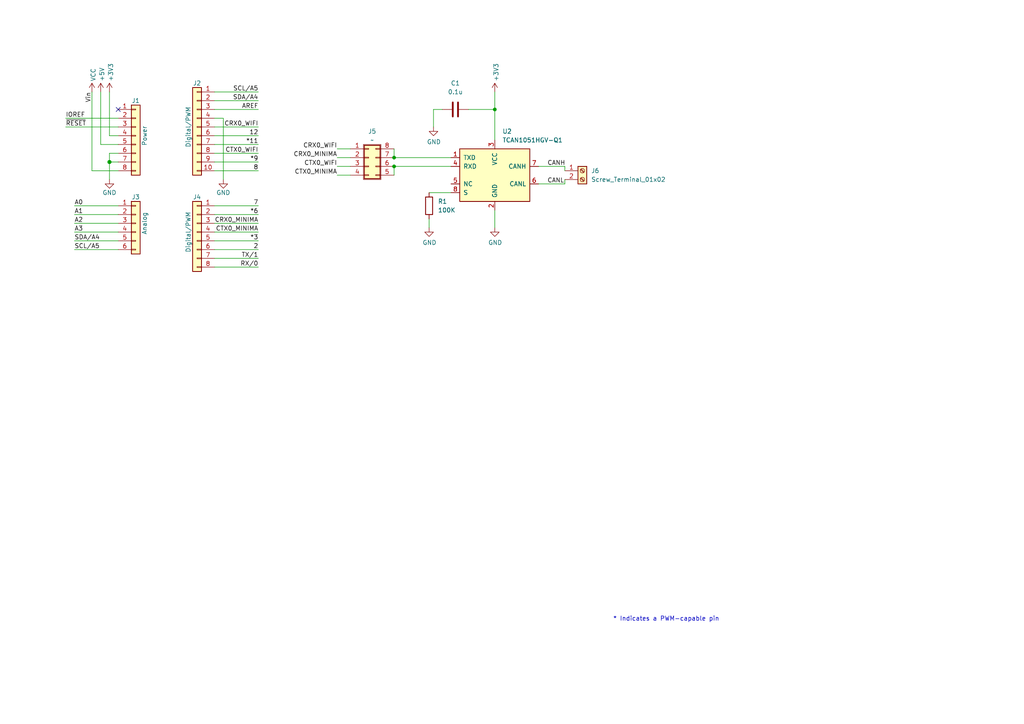
<source format=kicad_sch>
(kicad_sch (version 20231120) (generator "eeschema") (generator_version "8.0")
  (paper "A4")
  (title_block (date "mar. 31 mars 2015"))
  (lib_symbols
    (symbol "CAN_Shield:TCAN1051HGV-Q1" (pin_names (offset 1.016))
      (property "Reference" "U" (at -10.16 8.89 0))
      (property "Value" "TCAN1051HGV-Q1" (at 2.54 8.89 0))
      (symbol "TCAN1051HGV-Q1_0_1"
        (rectangle (start -10.16 7.62) (end 10.16 -7.62) (stroke (width 0.254)) (fill (type background)))
      )
      (symbol "TCAN1051HGV-Q1_1_1"
        (pin input line (at -12.7 5.08 0) (length 2.54) (name "TXD") (number "1"))
        (pin power_in line (at 0 -10.16 90) (length 2.54) (name "GND") (number "2"))
        (pin power_in line (at 0 10.16 270) (length 2.54) (name "VCC") (number "3"))
        (pin output line (at -12.7 2.54 0) (length 2.54) (name "RXD") (number "4"))
        (pin input line (at -12.7 -2.54 0) (length 2.54) (name "NC") (number "5"))
        (pin bidirectional line (at 12.7 -2.54 180) (length 2.54) (name "CANL") (number "6"))
        (pin bidirectional line (at 12.7 2.54 180) (length 2.54) (name "CANH") (number "7"))
        (pin input line (at -12.7 -5.08 0) (length 2.54) (name "S") (number "8"))
      )
    )
    (symbol "Connector:Screw_Terminal_01x02" (pin_names (offset 1.016) hide)
      (property "Reference" "J" (at 0 2.54 0))
      (property "Value" "Screw_Terminal_01x02" (at 0 -5.08 0))
      (symbol "Screw_Terminal_01x02_1_1"
        (rectangle (start -1.27 1.27) (end 1.27 -3.81) (stroke (width 0.254)) (fill (type background)))
        (circle (center 0 -2.54) (radius 0.635) (stroke (width 0.1524)))
        (polyline (pts (xy -0.5334 -2.2098) (xy 0.3302 -3.048)) (stroke (width 0.1524)))
        (polyline (pts (xy -0.5334 0.3302) (xy 0.3302 -0.508)) (stroke (width 0.1524)))
        (polyline (pts (xy -0.3556 -2.032) (xy 0.508 -2.8702)) (stroke (width 0.1524)))
        (polyline (pts (xy -0.3556 0.508) (xy 0.508 -0.3302)) (stroke (width 0.1524)))
        (circle (center 0 0) (radius 0.635) (stroke (width 0.1524)))
        (pin passive line (at -5.08 0 0) (length 3.81) (name "Pin_1") (number "1"))
        (pin passive line (at -5.08 -2.54 0) (length 3.81) (name "Pin_2") (number "2"))
      )
    )
    (symbol "Connector_Generic:Conn_01x06" (pin_names (offset 1.016) hide)
      (property "Reference" "J" (at 0 7.62 0))
      (property "Value" "Conn_01x06" (at 0 -10.16 0))
      (symbol "Conn_01x06_1_1"
        (rectangle (start -1.27 -7.493) (end 0 -7.747) (stroke (width 0.1524)))
        (rectangle (start -1.27 -4.953) (end 0 -5.207) (stroke (width 0.1524)))
        (rectangle (start -1.27 -2.413) (end 0 -2.667) (stroke (width 0.1524)))
        (rectangle (start -1.27 0.127) (end 0 -0.127) (stroke (width 0.1524)))
        (rectangle (start -1.27 2.667) (end 0 2.413) (stroke (width 0.1524)))
        (rectangle (start -1.27 5.207) (end 0 4.953) (stroke (width 0.1524)))
        (rectangle (start -1.27 6.35) (end 1.27 -8.89) (stroke (width 0.254)) (fill (type background)))
        (pin passive line (at -5.08 5.08 0) (length 3.81) (name "Pin_1") (number "1"))
        (pin passive line (at -5.08 2.54 0) (length 3.81) (name "Pin_2") (number "2"))
        (pin passive line (at -5.08 0 0) (length 3.81) (name "Pin_3") (number "3"))
        (pin passive line (at -5.08 -2.54 0) (length 3.81) (name "Pin_4") (number "4"))
        (pin passive line (at -5.08 -5.08 0) (length 3.81) (name "Pin_5") (number "5"))
        (pin passive line (at -5.08 -7.62 0) (length 3.81) (name "Pin_6") (number "6"))
      )
    )
    (symbol "Connector_Generic:Conn_01x08" (pin_names (offset 1.016) hide)
      (property "Reference" "J" (at 0 10.16 0))
      (property "Value" "Conn_01x08" (at 0 -12.7 0))
      (symbol "Conn_01x08_1_1"
        (rectangle (start -1.27 -10.033) (end 0 -10.287) (stroke (width 0.1524)))
        (rectangle (start -1.27 -7.493) (end 0 -7.747) (stroke (width 0.1524)))
        (rectangle (start -1.27 -4.953) (end 0 -5.207) (stroke (width 0.1524)))
        (rectangle (start -1.27 -2.413) (end 0 -2.667) (stroke (width 0.1524)))
        (rectangle (start -1.27 0.127) (end 0 -0.127) (stroke (width 0.1524)))
        (rectangle (start -1.27 2.667) (end 0 2.413) (stroke (width 0.1524)))
        (rectangle (start -1.27 5.207) (end 0 4.953) (stroke (width 0.1524)))
        (rectangle (start -1.27 7.747) (end 0 7.493) (stroke (width 0.1524)))
        (rectangle (start -1.27 8.89) (end 1.27 -11.43) (stroke (width 0.254)) (fill (type background)))
        (pin passive line (at -5.08 7.62 0) (length 3.81) (name "Pin_1") (number "1"))
        (pin passive line (at -5.08 5.08 0) (length 3.81) (name "Pin_2") (number "2"))
        (pin passive line (at -5.08 2.54 0) (length 3.81) (name "Pin_3") (number "3"))
        (pin passive line (at -5.08 0 0) (length 3.81) (name "Pin_4") (number "4"))
        (pin passive line (at -5.08 -2.54 0) (length 3.81) (name "Pin_5") (number "5"))
        (pin passive line (at -5.08 -5.08 0) (length 3.81) (name "Pin_6") (number "6"))
        (pin passive line (at -5.08 -7.62 0) (length 3.81) (name "Pin_7") (number "7"))
        (pin passive line (at -5.08 -10.16 0) (length 3.81) (name "Pin_8") (number "8"))
      )
    )
    (symbol "Connector_Generic:Conn_01x10" (pin_names (offset 1.016) hide)
      (property "Reference" "J" (at 0 12.7 0))
      (property "Value" "Conn_01x10" (at 0 -15.24 0))
      (symbol "Conn_01x10_1_1"
        (rectangle (start -1.27 -12.573) (end 0 -12.827) (stroke (width 0.1524)))
        (rectangle (start -1.27 -10.033) (end 0 -10.287) (stroke (width 0.1524)))
        (rectangle (start -1.27 -7.493) (end 0 -7.747) (stroke (width 0.1524)))
        (rectangle (start -1.27 -4.953) (end 0 -5.207) (stroke (width 0.1524)))
        (rectangle (start -1.27 -2.413) (end 0 -2.667) (stroke (width 0.1524)))
        (rectangle (start -1.27 0.127) (end 0 -0.127) (stroke (width 0.1524)))
        (rectangle (start -1.27 2.667) (end 0 2.413) (stroke (width 0.1524)))
        (rectangle (start -1.27 5.207) (end 0 4.953) (stroke (width 0.1524)))
        (rectangle (start -1.27 7.747) (end 0 7.493) (stroke (width 0.1524)))
        (rectangle (start -1.27 10.287) (end 0 10.033) (stroke (width 0.1524)))
        (rectangle (start -1.27 11.43) (end 1.27 -13.97) (stroke (width 0.254)) (fill (type background)))
        (pin passive line (at -5.08 10.16 0) (length 3.81) (name "Pin_1") (number "1"))
        (pin passive line (at -5.08 -12.7 0) (length 3.81) (name "Pin_10") (number "10"))
        (pin passive line (at -5.08 7.62 0) (length 3.81) (name "Pin_2") (number "2"))
        (pin passive line (at -5.08 5.08 0) (length 3.81) (name "Pin_3") (number "3"))
        (pin passive line (at -5.08 2.54 0) (length 3.81) (name "Pin_4") (number "4"))
        (pin passive line (at -5.08 0 0) (length 3.81) (name "Pin_5") (number "5"))
        (pin passive line (at -5.08 -2.54 0) (length 3.81) (name "Pin_6") (number "6"))
        (pin passive line (at -5.08 -5.08 0) (length 3.81) (name "Pin_7") (number "7"))
        (pin passive line (at -5.08 -7.62 0) (length 3.81) (name "Pin_8") (number "8"))
        (pin passive line (at -5.08 -10.16 0) (length 3.81) (name "Pin_9") (number "9"))
      )
    )
    (symbol "Connector_Generic_Shielded:Conn_02x04_Counter_Clockwise_Shielded" (pin_names (offset 1.016) hide)
      (property "Reference" "J5" (at 1.27 7.62 0))
      (property "Value" "~" (at 1.27 5.08 0))
      (symbol "Conn_02x04_Counter_Clockwise_Shielded_1_1"
        (rectangle (start -1.27 3.81) (end 3.81 -6.35) (stroke (width 0.1524)))
        (rectangle (start -1.016 -4.953) (end 0.254 -5.207) (stroke (width 0.1524)))
        (rectangle (start -1.016 -2.413) (end 0.254 -2.667) (stroke (width 0.1524)))
        (rectangle (start -1.016 0.127) (end 0.254 -0.127) (stroke (width 0.1524)))
        (rectangle (start -1.016 2.667) (end 0.254 2.413) (stroke (width 0.1524)))
        (rectangle (start -1.016 3.556) (end 3.556 -6.096) (stroke (width 0.254)) (fill (type background)))
        (rectangle (start 3.556 -4.953) (end 2.286 -5.207) (stroke (width 0.1524)))
        (rectangle (start 3.556 -2.413) (end 2.286 -2.667) (stroke (width 0.1524)))
        (rectangle (start 3.556 0.127) (end 2.286 -0.127) (stroke (width 0.1524)))
        (rectangle (start 3.556 2.667) (end 2.286 2.413) (stroke (width 0.1524)))
        (pin passive line (at -5.08 2.54 0) (length 4.064) (name "Pin_1") (number "1"))
        (pin passive line (at -5.08 0 0) (length 4.064) (name "Pin_2") (number "2"))
        (pin passive line (at -5.08 -2.54 0) (length 4.064) (name "Pin_3") (number "3"))
        (pin passive line (at -5.08 -5.08 0) (length 4.064) (name "Pin_4") (number "4"))
        (pin passive line (at 7.62 -5.08 180) (length 4.064) (name "Pin_5") (number "5"))
        (pin passive line (at 7.62 -2.54 180) (length 4.064) (name "Pin_6") (number "6"))
        (pin passive line (at 7.62 0 180) (length 4.064) (name "Pin_7") (number "7"))
        (pin passive line (at 7.62 2.54 180) (length 4.064) (name "Pin_8") (number "8"))
      )
    )
    (symbol "Device:C" (pin_numbers hide) (pin_names (offset 0.254))
      (property "Reference" "C" (at 0.635 2.54 0))
      (property "Value" "C" (at 0.635 -2.54 0))
      (symbol "C_0_1"
        (polyline (pts (xy -2.032 -0.762) (xy 2.032 -0.762)) (stroke (width 0.508)))
        (polyline (pts (xy -2.032 0.762) (xy 2.032 0.762)) (stroke (width 0.508)))
      )
      (symbol "C_1_1"
        (pin passive line (at 0 3.81 270) (length 2.794) (name "~") (number "1"))
        (pin passive line (at 0 -3.81 90) (length 2.794) (name "~") (number "2"))
      )
    )
    (symbol "Device:R" (pin_numbers hide) (pin_names (offset 0))
      (property "Reference" "R" (at 2.032 0 90))
      (property "Value" "R" (at 0 0 90))
      (symbol "R_0_1"
        (rectangle (start -1.016 -2.54) (end 1.016 2.54) (stroke (width 0.254)))
      )
      (symbol "R_1_1"
        (pin passive line (at 0 3.81 270) (length 1.27) (name "~") (number "1"))
        (pin passive line (at 0 -3.81 90) (length 1.27) (name "~") (number "2"))
      )
    )
    (symbol "power:+3V3" (power) (pin_names (offset 0))
      (property "Value" "+3V3" (at 0 3.556 0))
      (symbol "+3V3_0_1"
        (polyline (pts (xy -0.762 1.27) (xy 0 2.54)))
        (polyline (pts (xy 0 0) (xy 0 2.54)))
        (polyline (pts (xy 0 2.54) (xy 0.762 1.27)))
      )
      (symbol "+3V3_1_1"
        (pin power_in line (at 0 0 90) (length 0) hide (name "+3V3") (number "1"))
      )
    )
    (symbol "power:+5V" (power) (pin_names (offset 0))
      (property "Value" "+5V" (at 0 3.556 0))
      (symbol "+5V_0_1"
        (polyline (pts (xy -0.762 1.27) (xy 0 2.54)))
        (polyline (pts (xy 0 0) (xy 0 2.54)))
        (polyline (pts (xy 0 2.54) (xy 0.762 1.27)))
      )
      (symbol "+5V_1_1"
        (pin power_in line (at 0 0 90) (length 0) hide (name "+5V") (number "1"))
      )
    )
    (symbol "power:GND" (power) (pin_names (offset 0))
      (property "Value" "GND" (at 0 -3.81 0))
      (symbol "GND_0_1"
        (polyline (pts (xy 0 0) (xy 0 -1.27) (xy 1.27 -1.27) (xy 0 -2.54) (xy -1.27 -1.27) (xy 0 -1.27)))
      )
      (symbol "GND_1_1"
        (pin power_in line (at 0 0 270) (length 0) hide (name "GND") (number "1"))
      )
    )
    (symbol "power:VCC" (power) (pin_names (offset 0))
      (property "Value" "VCC" (at 0 3.81 0))
      (symbol "VCC_0_1"
        (polyline (pts (xy -0.762 1.27) (xy 0 2.54)))
        (polyline (pts (xy 0 0) (xy 0 2.54)))
        (polyline (pts (xy 0 2.54) (xy 0.762 1.27)))
      )
      (symbol "VCC_1_1"
        (pin power_in line (at 0 0 90) (length 0) hide (name "VCC") (number "1"))
      )
    )
  )
  (junction (at 31.75 46.99) (diameter 1.016))
  (junction (at 114.3 45.72))
  (junction (at 114.3 48.26))
  (junction (at 143.51 31.75))
  (no_connect (at 34.29 31.75))
  (wire (pts (xy 62.23 77.47) (xy 74.93 77.47)))
  (wire (pts (xy 114.3 48.26) (xy 114.3 50.8)))
  (wire (pts (xy 62.23 44.45) (xy 74.93 44.45)))
  (wire (pts (xy 62.23 26.67) (xy 74.93 26.67)))
  (wire (pts (xy 143.51 31.75) (xy 135.89 31.75)))
  (wire (pts (xy 143.51 40.64) (xy 143.51 31.75)))
  (wire (pts (xy 31.75 44.45) (xy 31.75 46.99)))
  (wire (pts (xy 21.59 72.39) (xy 34.29 72.39)))
  (wire (pts (xy 124.46 55.88) (xy 130.81 55.88)))
  (wire (pts (xy 125.73 31.75) (xy 125.73 36.83)))
  (wire (pts (xy 163.83 52.07) (xy 163.83 53.34)))
  (wire (pts (xy 31.75 46.99) (xy 31.75 52.07)))
  (wire (pts (xy 31.75 39.37) (xy 34.29 39.37)))
  (wire (pts (xy 29.21 41.91) (xy 34.29 41.91)))
  (wire (pts (xy 97.79 50.8) (xy 101.6 50.8)))
  (wire (pts (xy 29.21 26.67) (xy 29.21 41.91)))
  (wire (pts (xy 114.3 45.72) (xy 130.81 45.72)))
  (wire (pts (xy 62.23 36.83) (xy 74.93 36.83)))
  (wire (pts (xy 31.75 26.67) (xy 31.75 39.37)))
  (wire (pts (xy 62.23 59.69) (xy 74.93 59.69)))
  (wire (pts (xy 34.29 59.69) (xy 21.59 59.69)))
  (wire (pts (xy 62.23 39.37) (xy 74.93 39.37)))
  (wire (pts (xy 62.23 62.23) (xy 74.93 62.23)))
  (wire (pts (xy 97.79 43.18) (xy 101.6 43.18)))
  (wire (pts (xy 163.83 53.34) (xy 156.21 53.34)))
  (wire (pts (xy 62.23 46.99) (xy 74.93 46.99)))
  (wire (pts (xy 62.23 67.31) (xy 74.93 67.31)))
  (wire (pts (xy 19.05 34.29) (xy 34.29 34.29)))
  (wire (pts (xy 97.79 45.72) (xy 101.6 45.72)))
  (wire (pts (xy 64.77 34.29) (xy 64.77 52.07)))
  (wire (pts (xy 62.23 31.75) (xy 74.93 31.75)))
  (wire (pts (xy 34.29 64.77) (xy 21.59 64.77)))
  (wire (pts (xy 19.05 36.83) (xy 34.29 36.83)))
  (wire (pts (xy 34.29 46.99) (xy 31.75 46.99)))
  (wire (pts (xy 34.29 49.53) (xy 26.67 49.53)))
  (wire (pts (xy 21.59 62.23) (xy 34.29 62.23)))
  (wire (pts (xy 143.51 26.67) (xy 143.51 31.75)))
  (wire (pts (xy 114.3 43.18) (xy 114.3 45.72)))
  (wire (pts (xy 97.79 48.26) (xy 101.6 48.26)))
  (wire (pts (xy 62.23 34.29) (xy 64.77 34.29)))
  (wire (pts (xy 163.83 49.53) (xy 163.83 48.26)))
  (wire (pts (xy 34.29 44.45) (xy 31.75 44.45)))
  (wire (pts (xy 62.23 41.91) (xy 74.93 41.91)))
  (wire (pts (xy 62.23 64.77) (xy 74.93 64.77)))
  (wire (pts (xy 21.59 67.31) (xy 34.29 67.31)))
  (wire (pts (xy 114.3 48.26) (xy 130.81 48.26)))
  (wire (pts (xy 124.46 63.5) (xy 124.46 66.04)))
  (wire (pts (xy 62.23 29.21) (xy 74.93 29.21)))
  (wire (pts (xy 62.23 72.39) (xy 74.93 72.39)))
  (wire (pts (xy 163.83 48.26) (xy 156.21 48.26)))
  (wire (pts (xy 62.23 69.85) (xy 74.93 69.85)))
  (wire (pts (xy 128.27 31.75) (xy 125.73 31.75)))
  (wire (pts (xy 62.23 74.93) (xy 74.93 74.93)))
  (wire (pts (xy 26.67 49.53) (xy 26.67 26.67)))
  (wire (pts (xy 34.29 69.85) (xy 21.59 69.85)))
  (wire (pts (xy 62.23 49.53) (xy 74.93 49.53)))
  (wire (pts (xy 143.51 60.96) (xy 143.51 66.04)))
  (text "* Indicates a PWM-capable pin" (at 177.8 180.34 0) (effects (font (size 1.27 1.27)) (justify left bottom)))
  (label "RX{slash}0" (at 74.93 77.47 180))
  (label "A2" (at 21.59 64.77 0))
  (label "CTX0_MINIMA" (at 74.93 67.31 180))
  (label "2" (at 74.93 72.39 180))
  (label "A3" (at 21.59 67.31 0))
  (label "CRX0_WIFI" (at 74.93 36.83 180))
  (label "CRX0_MINIMA" (at 97.79 45.72 180))
  (label "12" (at 74.93 39.37 180))
  (label "CANL" (at 158.75 53.34 0))
  (label "~{RESET}" (at 19.05 36.83 0))
  (label "CTX0_WIFI" (at 74.93 44.45 180))
  (label "7" (at 74.93 59.69 180))
  (label "SDA{slash}A4" (at 74.93 29.21 180))
  (label "8" (at 74.93 49.53 180))
  (label "CTX0_MINIMA" (at 97.79 50.8 180))
  (label "CTX0_WIFI" (at 97.79 48.26 180))
  (label "*11" (at 74.93 41.91 180))
  (label "*3" (at 74.93 69.85 180))
  (label "A1" (at 21.59 62.23 0))
  (label "TX{slash}1" (at 74.93 74.93 180))
  (label "A0" (at 21.59 59.69 0))
  (label "AREF" (at 74.93 31.75 180))
  (label "CRX0_WIFI" (at 97.79 43.18 180))
  (label "Vin" (at 26.67 26.67 270))
  (label "CANH" (at 158.75 48.26 0))
  (label "*6" (at 74.93 62.23 180))
  (label "SCL{slash}A5" (at 74.93 26.67 180))
  (label "*9" (at 74.93 46.99 180))
  (label "CRX0_MINIMA" (at 74.93 64.77 180))
  (label "IOREF" (at 19.05 34.29 0))
  (label "SDA{slash}A4" (at 21.59 69.85 0))
  (label "SCL{slash}A5" (at 21.59 72.39 0))
  (symbol (lib_id "Connector_Generic:Conn_01x08") (at 39.37 39.37 0) (unit 1)
    (property "Reference" "J1" (at 39.37 29.21 0))
    (property "Value" "Power" (at 41.91 39.37 90))
    (property "Footprint" "Connector_PinSocket_2.54mm:PinSocket_1x08_P2.54mm_Vertical" (effects (hide yes)))
  )
  (symbol (lib_id "power:+3V3") (at 31.75 26.67 0) (unit 1)
    (property "Reference" "#PWR03" (effects (hide yes)))
    (property "Value" "+3V3" (at 32.131 23.622 90) (effects (justify left)))
  )
  (symbol (lib_id "power:+5V") (at 29.21 26.67 0) (unit 1)
    (property "Reference" "#PWR02" (effects (hide yes)))
    (property "Value" "+5V" (at 29.5656 23.622 90) (effects (justify left)))
  )
  (symbol (lib_id "power:GND") (at 31.75 52.07 0) (unit 1)
    (property "Reference" "#PWR04" (effects (hide yes)))
    (property "Value" "GND" (at 31.75 55.88 0))
  )
  (symbol (lib_id "Connector_Generic:Conn_01x10") (at 57.15 36.83 0) (mirror y) (unit 1)
    (property "Reference" "J2" (at 57.15 24.13 0))
    (property "Value" "Digital/PWM" (at 54.61 36.83 90))
    (property "Footprint" "Connector_PinSocket_2.54mm:PinSocket_1x10_P2.54mm_Vertical" (effects (hide yes)))
  )
  (symbol (lib_id "power:GND") (at 64.77 52.07 0) (unit 1)
    (property "Reference" "#PWR05" (effects (hide yes)))
    (property "Value" "GND" (at 64.77 55.88 0))
  )
  (symbol (lib_id "Connector_Generic:Conn_01x06") (at 39.37 64.77 0) (unit 1)
    (property "Reference" "J3" (at 39.37 57.15 0))
    (property "Value" "Analog" (at 41.91 64.77 90))
    (property "Footprint" "Connector_PinSocket_2.54mm:PinSocket_1x06_P2.54mm_Vertical" (effects (hide yes)))
  )
  (symbol (lib_id "Connector_Generic:Conn_01x08") (at 57.15 67.31 0) (mirror y) (unit 1)
    (property "Reference" "J4" (at 57.15 57.15 0))
    (property "Value" "Digital/PWM" (at 54.61 67.31 90))
    (property "Footprint" "Connector_PinSocket_2.54mm:PinSocket_1x08_P2.54mm_Vertical" (effects (hide yes)))
  )
  (symbol (lib_id "Connector:Screw_Terminal_01x02") (at 168.91 49.53 0) (unit 1)
    (property "Reference" "J6" (at 171.45 49.5299 0) (effects (justify left)))
    (property "Value" "Screw_Terminal_01x02" (at 171.45 52.0699 0) (effects (justify left)))
    (property "Description" "Generic screw terminal, single row, 01x02, script generated (kicad-library-utils/schlib/autogen/connector/)" (effects (hide yes)))
  )
  (symbol (lib_id "power:GND") (at 125.73 36.83 0) (unit 1)
    (property "Reference" "#PWR07" (effects (hide yes)))
    (property "Value" "GND" (at 125.8443 41.1544 0))
  )
  (symbol (lib_id "Device:C") (at 132.08 31.75 90) (unit 1)
    (property "Reference" "C1" (at 132.08 24.13 90))
    (property "Value" "0.1u" (at 132.08 26.67 90))
    (property "Description" "Unpolarized capacitor" (effects (hide yes)))
  )
  (symbol (lib_id "Connector_Generic_Shielded:Conn_02x04_Counter_Clockwise_Shielded") (at 106.68 45.72 0) (unit 1)
    (property "Reference" "J5" (at 107.95 38.1 0))
    (property "Value" "~" (at 107.95 40.64 0))
    (property "Description" "Generic shielded connector, double row, 02x04, counter clockwise pin numbering scheme (similar to DIP package numbering), script generated (kicad-library-utils/schlib/autogen/connector/)" (effects (hide yes)))
  )
  (symbol (lib_id "CAN_Shield:TCAN1051HGV-Q1") (at 143.51 50.8 0) (unit 1)
    (property "Reference" "U2" (at 145.7041 38.1 0) (effects (justify left)))
    (property "Value" "TCAN1051HGV-Q1" (at 145.7041 40.64 0) (effects (justify left)))
    (property "Description" "High-Speed CAN Transceiver, 3.3V supply" (effects (hide yes)))
  )
  (symbol (lib_id "Device:R") (at 124.46 59.69 0) (unit 1)
    (property "Reference" "R1" (at 127 58.4199 0) (effects (justify left)))
    (property "Value" "100K" (at 127 60.9599 0) (effects (justify left)))
    (property "Description" "Resistor" (effects (hide yes)))
  )
  (symbol (lib_id "power:VCC") (at 26.67 26.67 0) (unit 1)
    (property "Reference" "#PWR01" (effects (hide yes)))
    (property "Value" "VCC" (at 27.051 23.622 90) (effects (justify left)))
  )
  (symbol (lib_id "power:GND") (at 143.51 66.04 0) (unit 1)
    (property "Reference" "#PWR09" (effects (hide yes)))
    (property "Value" "GND" (at 143.6243 70.3644 0))
  )
  (symbol (lib_id "power:GND") (at 124.46 66.04 0) (unit 1)
    (property "Reference" "#PWR06" (effects (hide yes)))
    (property "Value" "GND" (at 124.5743 70.3644 0))
  )
  (symbol (lib_id "power:+3V3") (at 143.51 26.67 0) (unit 1)
    (property "Reference" "#PWR08" (effects (hide yes)))
    (property "Value" "+3V3" (at 143.891 23.622 90) (effects (justify left)))
  )
)
</source>
